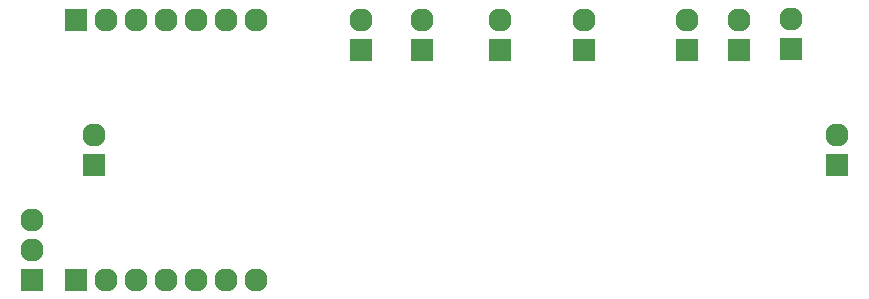
<source format=gbr>
G04 #@! TF.GenerationSoftware,KiCad,Pcbnew,(5.1.2)-2*
G04 #@! TF.CreationDate,2020-04-06T22:20:43-04:00*
G04 #@! TF.ProjectId,led_everled,6c65645f-6576-4657-926c-65642e6b6963,rev?*
G04 #@! TF.SameCoordinates,Original*
G04 #@! TF.FileFunction,Soldermask,Bot*
G04 #@! TF.FilePolarity,Negative*
%FSLAX46Y46*%
G04 Gerber Fmt 4.6, Leading zero omitted, Abs format (unit mm)*
G04 Created by KiCad (PCBNEW (5.1.2)-2) date 2020-04-06 22:20:43*
%MOMM*%
%LPD*%
G04 APERTURE LIST*
%ADD10O,1.960000X1.960000*%
%ADD11R,1.960000X1.960000*%
G04 APERTURE END LIST*
D10*
X138700000Y-75960000D03*
D11*
X138700000Y-78500000D03*
D10*
X130000000Y-75960000D03*
D11*
X130000000Y-78500000D03*
X143100000Y-78500000D03*
D10*
X143100000Y-75960000D03*
D11*
X147500000Y-78400000D03*
D10*
X147500000Y-75860000D03*
D11*
X111100000Y-78500000D03*
D10*
X111100000Y-75960000D03*
X116300000Y-75960000D03*
D11*
X116300000Y-78500000D03*
X122900000Y-78500000D03*
D10*
X122900000Y-75960000D03*
X102240000Y-98000000D03*
X99700000Y-98000000D03*
X97160000Y-98000000D03*
X94620000Y-98000000D03*
X92080000Y-98000000D03*
X89540000Y-98000000D03*
D11*
X87000000Y-98000000D03*
X87000000Y-76000000D03*
D10*
X89540000Y-76000000D03*
X92080000Y-76000000D03*
X94620000Y-76000000D03*
X97160000Y-76000000D03*
X99700000Y-76000000D03*
X102240000Y-76000000D03*
D11*
X88500000Y-88200000D03*
D10*
X88500000Y-85660000D03*
D11*
X151400000Y-88200000D03*
D10*
X151400000Y-85660000D03*
D11*
X83300000Y-98000000D03*
D10*
X83300000Y-95460000D03*
X83300000Y-92920000D03*
M02*

</source>
